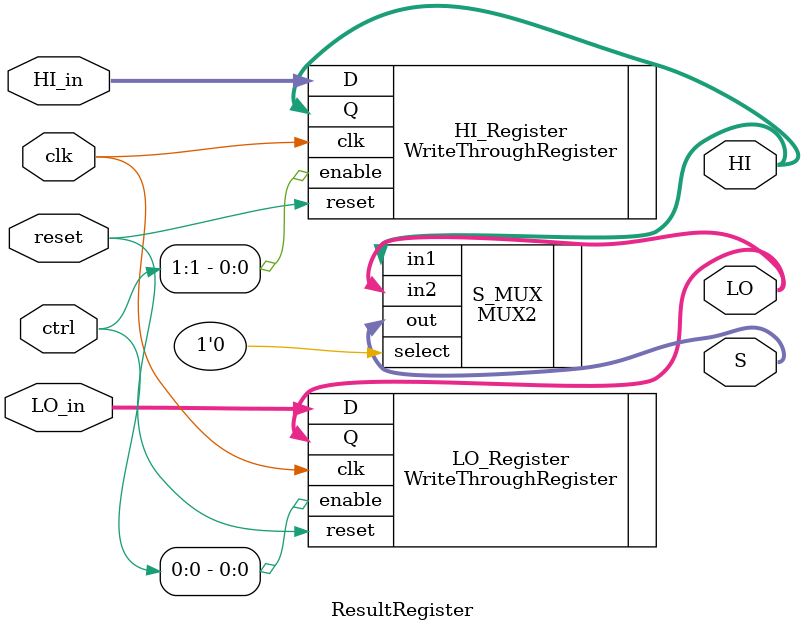
<source format=v>
/*
 * File: Multiply.ResultRegister.v
 * A sub-module of Multiply in which registers for caching results of Multiply
 *  is set and managed.
 * ctrl reference
 *      ctrl[0]: tunnel LO to S?
 *      ctrl[1]: LO update enable
 *      ctrl[2]: HI update enable
*/
module ResultRegister (
    input[31:0]     HI_in,
    input[31:0]     LO_in,
    input[1:0]      ctrl,
    input           clk,
    input           reset,
    output[31:0]    S,
    output[31:0]    HI,
    output[31:0]    LO
);
    WriteThroughRegister#(32,0)HI_Register(
        .D(HI_in), .clk(clk), .reset(reset), .enable(ctrl[1]), .Q(HI)
    );
    WriteThroughRegister#(32,0)LO_Register(
        .D(LO_in), .clk(clk), .reset(reset), .enable(ctrl[0]), .Q(LO)
    );
    MUX2#(32)S_MUX(
        .in1(HI), .in2(LO), .select(1'b0), .out(S)
    );
endmodule
</source>
